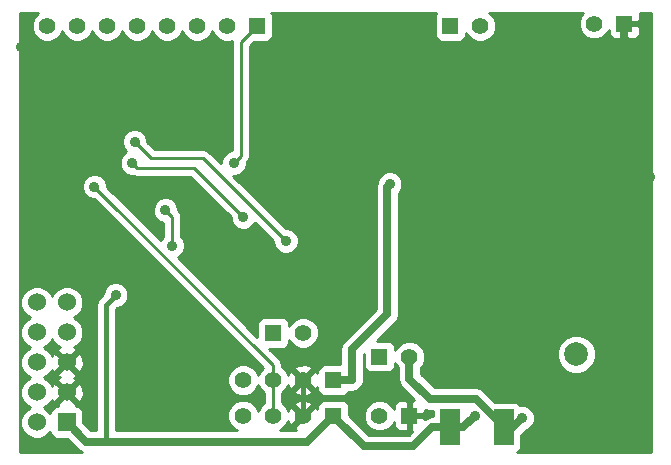
<source format=gbl>
G04 (created by PCBNEW (2013-may-18)-stable) date Tue Feb  3 23:34:43 2015*
%MOIN*%
G04 Gerber Fmt 3.4, Leading zero omitted, Abs format*
%FSLAX34Y34*%
G01*
G70*
G90*
G04 APERTURE LIST*
%ADD10C,0.00590551*%
%ADD11C,0.0787*%
%ADD12R,0.055X0.055*%
%ADD13C,0.055*%
%ADD14R,0.06X0.06*%
%ADD15C,0.06*%
%ADD16R,0.065X0.12*%
%ADD17R,0.24X0.24*%
%ADD18C,0.035*%
%ADD19C,0.0275591*%
%ADD20C,0.015748*%
%ADD21C,0.01*%
G04 APERTURE END LIST*
G54D10*
G54D11*
X151732Y-93622D03*
X150669Y-92559D03*
X150669Y-94685D03*
X152795Y-94685D03*
X152795Y-92559D03*
G54D12*
X141098Y-82677D03*
G54D13*
X140098Y-82677D03*
X139098Y-82677D03*
X138098Y-82677D03*
X137098Y-82677D03*
X136098Y-82677D03*
X135098Y-82677D03*
X134098Y-82677D03*
G54D12*
X143625Y-94488D03*
G54D13*
X142625Y-94488D03*
X141625Y-94488D03*
X140625Y-94488D03*
G54D12*
X143625Y-95669D03*
G54D13*
X142625Y-95669D03*
X141625Y-95669D03*
X140625Y-95669D03*
G54D12*
X153334Y-82598D03*
G54D13*
X152334Y-82598D03*
G54D12*
X141625Y-92913D03*
G54D13*
X142625Y-92913D03*
G54D12*
X147531Y-82677D03*
G54D13*
X148531Y-82677D03*
G54D12*
X145169Y-93700D03*
G54D13*
X146169Y-93700D03*
G54D12*
X146169Y-95669D03*
G54D13*
X145169Y-95669D03*
G54D14*
X134751Y-95897D03*
G54D15*
X133751Y-95897D03*
X134751Y-94897D03*
X133751Y-94897D03*
X134751Y-93897D03*
X133751Y-93897D03*
X134751Y-92897D03*
X133751Y-92897D03*
X134751Y-91897D03*
X133751Y-91897D03*
G54D16*
X149325Y-96062D03*
G54D17*
X148425Y-93562D03*
G54D16*
X147525Y-96062D03*
G54D18*
X145511Y-87952D03*
X148346Y-95669D03*
X136377Y-91653D03*
X138267Y-90000D03*
X138031Y-88818D03*
X142047Y-89842D03*
X137007Y-86535D03*
X135669Y-88031D03*
X140629Y-89055D03*
X136929Y-87244D03*
X140314Y-87244D03*
X147559Y-85590D03*
X148740Y-84330D03*
X142283Y-82519D03*
X141889Y-87322D03*
X141653Y-84488D03*
X143700Y-89291D03*
X146771Y-89448D03*
X140629Y-89921D03*
X133385Y-86929D03*
X135905Y-87086D03*
X154015Y-84015D03*
X152204Y-86062D03*
X154173Y-87716D03*
X150314Y-82677D03*
X145826Y-82755D03*
X148582Y-87795D03*
X148425Y-89055D03*
X153937Y-95748D03*
X151889Y-95905D03*
X146614Y-92440D03*
X143543Y-92362D03*
X133228Y-83385D03*
X134645Y-85039D03*
X144960Y-86299D03*
X143543Y-86299D03*
X153385Y-85905D03*
X148425Y-93562D03*
X137637Y-95669D03*
X137007Y-92047D03*
X149921Y-95748D03*
G54D19*
X145433Y-92283D02*
X144251Y-93464D01*
X145433Y-88031D02*
X145433Y-92283D01*
X145511Y-87952D02*
X145433Y-88031D01*
X144251Y-94488D02*
X143625Y-94488D01*
X144251Y-93464D02*
X144251Y-94488D01*
X147525Y-96062D02*
X146929Y-96062D01*
X144649Y-96692D02*
X143625Y-95669D01*
X146299Y-96692D02*
X144649Y-96692D01*
X146929Y-96062D02*
X146299Y-96692D01*
X147525Y-96062D02*
X147952Y-96062D01*
X147952Y-96062D02*
X148346Y-95669D01*
G54D20*
X136062Y-96535D02*
X136062Y-91968D01*
X136062Y-91968D02*
X136377Y-91653D01*
G54D19*
X143625Y-95669D02*
X143622Y-95669D01*
X143622Y-95669D02*
X142755Y-96535D01*
X142755Y-96535D02*
X136062Y-96535D01*
X135389Y-96535D02*
X134751Y-95897D01*
X136062Y-96535D02*
X135389Y-96535D01*
G54D21*
X138267Y-89055D02*
X138267Y-90000D01*
X138031Y-88818D02*
X138267Y-89055D01*
X139291Y-87086D02*
X142047Y-89842D01*
X137559Y-87086D02*
X139291Y-87086D01*
X137007Y-86535D02*
X137559Y-87086D01*
X141625Y-94488D02*
X141625Y-93988D01*
X141625Y-93988D02*
X135669Y-88031D01*
X141625Y-94488D02*
X141625Y-95669D01*
X138976Y-87401D02*
X140629Y-89055D01*
X137086Y-87401D02*
X138976Y-87401D01*
X136929Y-87244D02*
X137086Y-87401D01*
X140551Y-83224D02*
X141098Y-82677D01*
X140551Y-87007D02*
X140551Y-83224D01*
X140314Y-87244D02*
X140551Y-87007D01*
G54D19*
X153334Y-82598D02*
X153334Y-85854D01*
X153334Y-85854D02*
X153385Y-85905D01*
X148425Y-92519D02*
X148425Y-93562D01*
X137637Y-92677D02*
X137637Y-95669D01*
X137007Y-92047D02*
X137637Y-92677D01*
G54D20*
X142625Y-94488D02*
X142625Y-95669D01*
G54D19*
X146169Y-93700D02*
X146169Y-94437D01*
X148380Y-95118D02*
X149325Y-96062D01*
X146850Y-95118D02*
X148380Y-95118D01*
X146169Y-94437D02*
X146850Y-95118D01*
X149606Y-96062D02*
X149325Y-96062D01*
X149921Y-95748D02*
X149606Y-96062D01*
G54D10*
G36*
X154218Y-96895D02*
X153859Y-96895D01*
X153859Y-82823D01*
X153859Y-82710D01*
X153797Y-82648D01*
X153384Y-82648D01*
X153384Y-83060D01*
X153447Y-83123D01*
X153659Y-83123D01*
X153751Y-83085D01*
X153821Y-83015D01*
X153859Y-82923D01*
X153859Y-82823D01*
X153859Y-96895D01*
X152375Y-96895D01*
X152375Y-93494D01*
X152278Y-93258D01*
X152097Y-93076D01*
X151860Y-92978D01*
X151604Y-92978D01*
X151368Y-93076D01*
X151187Y-93257D01*
X151088Y-93493D01*
X151088Y-93749D01*
X151186Y-93986D01*
X151367Y-94167D01*
X151603Y-94265D01*
X151859Y-94265D01*
X152096Y-94167D01*
X152277Y-93987D01*
X152375Y-93750D01*
X152375Y-93494D01*
X152375Y-96895D01*
X149741Y-96895D01*
X149791Y-96875D01*
X149862Y-96804D01*
X149900Y-96712D01*
X149900Y-96613D01*
X149900Y-96317D01*
X150072Y-96145D01*
X150161Y-96108D01*
X150281Y-95989D01*
X150346Y-95832D01*
X150346Y-95663D01*
X150281Y-95507D01*
X150162Y-95387D01*
X150006Y-95323D01*
X149862Y-95322D01*
X149862Y-95321D01*
X149791Y-95251D01*
X149700Y-95213D01*
X149600Y-95212D01*
X149023Y-95212D01*
X148654Y-94843D01*
X148528Y-94759D01*
X148380Y-94730D01*
X147011Y-94730D01*
X146557Y-94276D01*
X146557Y-94055D01*
X146614Y-93998D01*
X146694Y-93805D01*
X146694Y-93596D01*
X146614Y-93403D01*
X146467Y-93255D01*
X146274Y-93175D01*
X146065Y-93175D01*
X145872Y-93255D01*
X145724Y-93403D01*
X145694Y-93475D01*
X145694Y-93376D01*
X145656Y-93284D01*
X145586Y-93213D01*
X145494Y-93175D01*
X145394Y-93175D01*
X145089Y-93175D01*
X145707Y-92557D01*
X145707Y-92557D01*
X145763Y-92473D01*
X145791Y-92431D01*
X145791Y-92431D01*
X145820Y-92283D01*
X145820Y-92283D01*
X145820Y-88244D01*
X145871Y-88193D01*
X145936Y-88037D01*
X145936Y-87868D01*
X145872Y-87712D01*
X145752Y-87592D01*
X145596Y-87527D01*
X145427Y-87527D01*
X145271Y-87592D01*
X145151Y-87711D01*
X145090Y-87860D01*
X145074Y-87883D01*
X145045Y-88031D01*
X145045Y-92122D01*
X143977Y-93190D01*
X143893Y-93316D01*
X143864Y-93464D01*
X143864Y-93963D01*
X143851Y-93963D01*
X143301Y-93963D01*
X143209Y-94001D01*
X143139Y-94071D01*
X143101Y-94163D01*
X143100Y-94250D01*
X143086Y-94215D01*
X142993Y-94191D01*
X142923Y-94261D01*
X142923Y-94120D01*
X142898Y-94027D01*
X142701Y-93958D01*
X142493Y-93969D01*
X142353Y-94027D01*
X142328Y-94120D01*
X142625Y-94417D01*
X142923Y-94120D01*
X142923Y-94261D01*
X142696Y-94488D01*
X142993Y-94785D01*
X143086Y-94760D01*
X143100Y-94720D01*
X143100Y-94812D01*
X143138Y-94904D01*
X143209Y-94975D01*
X143301Y-95013D01*
X143400Y-95013D01*
X143950Y-95013D01*
X144042Y-94975D01*
X144112Y-94904D01*
X144124Y-94875D01*
X144251Y-94875D01*
X144400Y-94846D01*
X144526Y-94762D01*
X144610Y-94636D01*
X144639Y-94488D01*
X144639Y-93625D01*
X144644Y-93620D01*
X144644Y-94025D01*
X144682Y-94117D01*
X144752Y-94187D01*
X144844Y-94225D01*
X144943Y-94225D01*
X145493Y-94225D01*
X145585Y-94187D01*
X145656Y-94117D01*
X145694Y-94025D01*
X145694Y-93926D01*
X145694Y-93926D01*
X145723Y-93997D01*
X145781Y-94055D01*
X145781Y-94437D01*
X145811Y-94585D01*
X145895Y-94711D01*
X146328Y-95144D01*
X146281Y-95144D01*
X146219Y-95206D01*
X146219Y-95619D01*
X146631Y-95619D01*
X146694Y-95556D01*
X146694Y-95471D01*
X146701Y-95476D01*
X146850Y-95505D01*
X146950Y-95505D01*
X146950Y-95512D01*
X146950Y-95675D01*
X146929Y-95675D01*
X146780Y-95704D01*
X146738Y-95732D01*
X146682Y-95770D01*
X146631Y-95719D01*
X146219Y-95719D01*
X146219Y-96131D01*
X146265Y-96178D01*
X146138Y-96305D01*
X146119Y-96305D01*
X146119Y-96131D01*
X146119Y-95719D01*
X146111Y-95719D01*
X146111Y-95619D01*
X146119Y-95619D01*
X146119Y-95206D01*
X146056Y-95144D01*
X145844Y-95144D01*
X145752Y-95182D01*
X145682Y-95252D01*
X145644Y-95344D01*
X145644Y-95443D01*
X145644Y-95443D01*
X145614Y-95372D01*
X145467Y-95224D01*
X145274Y-95144D01*
X145065Y-95144D01*
X144872Y-95223D01*
X144724Y-95371D01*
X144644Y-95564D01*
X144644Y-95773D01*
X144723Y-95966D01*
X144871Y-96114D01*
X145064Y-96194D01*
X145273Y-96194D01*
X145466Y-96114D01*
X145614Y-95967D01*
X145644Y-95894D01*
X145644Y-95894D01*
X145644Y-95994D01*
X145682Y-96086D01*
X145752Y-96156D01*
X145844Y-96194D01*
X146056Y-96194D01*
X146119Y-96131D01*
X146119Y-96305D01*
X144810Y-96305D01*
X144151Y-95645D01*
X144151Y-95344D01*
X144113Y-95252D01*
X144042Y-95182D01*
X143950Y-95144D01*
X143851Y-95144D01*
X143301Y-95144D01*
X143209Y-95182D01*
X143139Y-95252D01*
X143101Y-95344D01*
X143100Y-95431D01*
X143086Y-95396D01*
X142993Y-95372D01*
X142923Y-95442D01*
X142923Y-95301D01*
X142923Y-94855D01*
X142625Y-94558D01*
X142328Y-94855D01*
X142353Y-94948D01*
X142550Y-95018D01*
X142758Y-95006D01*
X142898Y-94948D01*
X142923Y-94855D01*
X142923Y-95301D01*
X142898Y-95208D01*
X142701Y-95139D01*
X142493Y-95150D01*
X142353Y-95208D01*
X142328Y-95301D01*
X142625Y-95598D01*
X142923Y-95301D01*
X142923Y-95442D01*
X142696Y-95669D01*
X142702Y-95674D01*
X142631Y-95745D01*
X142625Y-95740D01*
X142328Y-96037D01*
X142353Y-96129D01*
X142403Y-96147D01*
X141843Y-96147D01*
X141922Y-96114D01*
X142070Y-95967D01*
X142123Y-95840D01*
X142165Y-95942D01*
X142258Y-95966D01*
X142555Y-95669D01*
X142258Y-95372D01*
X142165Y-95396D01*
X142126Y-95506D01*
X142071Y-95372D01*
X141925Y-95226D01*
X141925Y-94930D01*
X142070Y-94785D01*
X142123Y-94659D01*
X142165Y-94760D01*
X142258Y-94785D01*
X142555Y-94488D01*
X142258Y-94191D01*
X142165Y-94215D01*
X142126Y-94325D01*
X142071Y-94191D01*
X141925Y-94045D01*
X141925Y-93988D01*
X141903Y-93873D01*
X141838Y-93776D01*
X141838Y-93776D01*
X141500Y-93438D01*
X141950Y-93438D01*
X142042Y-93400D01*
X142112Y-93330D01*
X142150Y-93238D01*
X142151Y-93138D01*
X142151Y-93138D01*
X142180Y-93210D01*
X142328Y-93358D01*
X142521Y-93438D01*
X142729Y-93438D01*
X142922Y-93358D01*
X143070Y-93211D01*
X143150Y-93018D01*
X143151Y-92809D01*
X143071Y-92616D01*
X142923Y-92468D01*
X142730Y-92388D01*
X142522Y-92388D01*
X142328Y-92468D01*
X142181Y-92615D01*
X142151Y-92688D01*
X142151Y-92588D01*
X142113Y-92496D01*
X142042Y-92426D01*
X141950Y-92388D01*
X141851Y-92388D01*
X141301Y-92388D01*
X141209Y-92426D01*
X141139Y-92496D01*
X141101Y-92588D01*
X141100Y-92687D01*
X141100Y-93038D01*
X138447Y-90385D01*
X138508Y-90360D01*
X138627Y-90241D01*
X138692Y-90084D01*
X138692Y-89915D01*
X138628Y-89759D01*
X138567Y-89698D01*
X138567Y-89055D01*
X138544Y-88940D01*
X138479Y-88842D01*
X138456Y-88819D01*
X138456Y-88734D01*
X138392Y-88578D01*
X138272Y-88458D01*
X138116Y-88393D01*
X137947Y-88393D01*
X137791Y-88458D01*
X137671Y-88577D01*
X137606Y-88733D01*
X137606Y-88903D01*
X137670Y-89059D01*
X137790Y-89178D01*
X137946Y-89243D01*
X137967Y-89243D01*
X137967Y-89698D01*
X137907Y-89758D01*
X137882Y-89820D01*
X136094Y-88032D01*
X136094Y-87947D01*
X136029Y-87791D01*
X135910Y-87671D01*
X135754Y-87606D01*
X135585Y-87606D01*
X135428Y-87670D01*
X135309Y-87790D01*
X135244Y-87946D01*
X135244Y-88115D01*
X135308Y-88271D01*
X135428Y-88391D01*
X135584Y-88456D01*
X135670Y-88456D01*
X141292Y-94079D01*
X141181Y-94190D01*
X141125Y-94323D01*
X141071Y-94191D01*
X140923Y-94043D01*
X140730Y-93963D01*
X140522Y-93963D01*
X140328Y-94042D01*
X140181Y-94190D01*
X140101Y-94383D01*
X140100Y-94592D01*
X140180Y-94785D01*
X140328Y-94933D01*
X140521Y-95013D01*
X140729Y-95013D01*
X140922Y-94933D01*
X141070Y-94785D01*
X141126Y-94652D01*
X141180Y-94785D01*
X141325Y-94930D01*
X141325Y-95226D01*
X141181Y-95371D01*
X141125Y-95504D01*
X141071Y-95372D01*
X140923Y-95224D01*
X140730Y-95144D01*
X140522Y-95144D01*
X140328Y-95223D01*
X140181Y-95371D01*
X140101Y-95564D01*
X140100Y-95773D01*
X140180Y-95966D01*
X140328Y-96114D01*
X140408Y-96147D01*
X136391Y-96147D01*
X136391Y-92104D01*
X136417Y-92078D01*
X136462Y-92078D01*
X136618Y-92014D01*
X136738Y-91894D01*
X136802Y-91738D01*
X136803Y-91569D01*
X136738Y-91413D01*
X136619Y-91293D01*
X136462Y-91228D01*
X136293Y-91228D01*
X136137Y-91293D01*
X136017Y-91412D01*
X135953Y-91568D01*
X135952Y-91613D01*
X135830Y-91736D01*
X135759Y-91842D01*
X135734Y-91968D01*
X135734Y-96147D01*
X135550Y-96147D01*
X135306Y-95903D01*
X135306Y-94979D01*
X135306Y-93979D01*
X135295Y-93760D01*
X135233Y-93609D01*
X135137Y-93582D01*
X134822Y-93897D01*
X135137Y-94212D01*
X135233Y-94185D01*
X135306Y-93979D01*
X135306Y-94979D01*
X135295Y-94760D01*
X135233Y-94609D01*
X135137Y-94582D01*
X135067Y-94653D01*
X135067Y-94511D01*
X135039Y-94416D01*
X134991Y-94399D01*
X135039Y-94378D01*
X135067Y-94283D01*
X134751Y-93968D01*
X134436Y-94283D01*
X134464Y-94378D01*
X134512Y-94396D01*
X134464Y-94416D01*
X134436Y-94511D01*
X134751Y-94826D01*
X135067Y-94511D01*
X135067Y-94653D01*
X134822Y-94897D01*
X135137Y-95212D01*
X135233Y-95185D01*
X135306Y-94979D01*
X135306Y-95903D01*
X135302Y-95899D01*
X135302Y-95548D01*
X135264Y-95456D01*
X135193Y-95385D01*
X135101Y-95347D01*
X135048Y-95347D01*
X135067Y-95283D01*
X134751Y-94968D01*
X134436Y-95283D01*
X134455Y-95347D01*
X134402Y-95347D01*
X134310Y-95385D01*
X134240Y-95455D01*
X134202Y-95547D01*
X134201Y-95569D01*
X134063Y-95431D01*
X133982Y-95397D01*
X134063Y-95364D01*
X134217Y-95209D01*
X134249Y-95133D01*
X134270Y-95185D01*
X134366Y-95212D01*
X134681Y-94897D01*
X134366Y-94582D01*
X134270Y-94609D01*
X134250Y-94665D01*
X134218Y-94586D01*
X134063Y-94431D01*
X133982Y-94397D01*
X134063Y-94364D01*
X134217Y-94209D01*
X134249Y-94133D01*
X134270Y-94185D01*
X134366Y-94212D01*
X134681Y-93897D01*
X134366Y-93582D01*
X134270Y-93609D01*
X134250Y-93665D01*
X134218Y-93586D01*
X134063Y-93431D01*
X133982Y-93397D01*
X134063Y-93364D01*
X134217Y-93209D01*
X134251Y-93127D01*
X134285Y-93208D01*
X134440Y-93363D01*
X134515Y-93395D01*
X134464Y-93416D01*
X134436Y-93511D01*
X134751Y-93826D01*
X135067Y-93511D01*
X135039Y-93416D01*
X134984Y-93396D01*
X135063Y-93364D01*
X135217Y-93209D01*
X135301Y-93007D01*
X135302Y-92788D01*
X135218Y-92586D01*
X135063Y-92431D01*
X134982Y-92397D01*
X135063Y-92364D01*
X135217Y-92209D01*
X135301Y-92007D01*
X135302Y-91788D01*
X135218Y-91586D01*
X135063Y-91431D01*
X134861Y-91347D01*
X134643Y-91347D01*
X134440Y-91431D01*
X134285Y-91585D01*
X134251Y-91667D01*
X134218Y-91586D01*
X134063Y-91431D01*
X133861Y-91347D01*
X133643Y-91347D01*
X133440Y-91431D01*
X133285Y-91585D01*
X133202Y-91787D01*
X133201Y-92006D01*
X133285Y-92208D01*
X133440Y-92363D01*
X133521Y-92397D01*
X133440Y-92431D01*
X133285Y-92585D01*
X133202Y-92787D01*
X133201Y-93006D01*
X133285Y-93208D01*
X133440Y-93363D01*
X133521Y-93397D01*
X133440Y-93431D01*
X133285Y-93585D01*
X133202Y-93787D01*
X133201Y-94006D01*
X133285Y-94208D01*
X133440Y-94363D01*
X133521Y-94397D01*
X133440Y-94431D01*
X133285Y-94585D01*
X133202Y-94787D01*
X133201Y-95006D01*
X133285Y-95208D01*
X133440Y-95363D01*
X133521Y-95397D01*
X133440Y-95431D01*
X133285Y-95585D01*
X133202Y-95787D01*
X133201Y-96006D01*
X133285Y-96208D01*
X133440Y-96363D01*
X133642Y-96447D01*
X133860Y-96447D01*
X134063Y-96364D01*
X134201Y-96225D01*
X134201Y-96247D01*
X134239Y-96339D01*
X134310Y-96409D01*
X134402Y-96447D01*
X134501Y-96447D01*
X134753Y-96447D01*
X135115Y-96809D01*
X135115Y-96809D01*
X135241Y-96893D01*
X135241Y-96893D01*
X135251Y-96895D01*
X133183Y-96895D01*
X133183Y-82238D01*
X133795Y-82238D01*
X133653Y-82379D01*
X133573Y-82572D01*
X133573Y-82781D01*
X133653Y-82974D01*
X133800Y-83121D01*
X133993Y-83202D01*
X134202Y-83202D01*
X134395Y-83122D01*
X134543Y-82974D01*
X134598Y-82841D01*
X134653Y-82974D01*
X134800Y-83121D01*
X134993Y-83202D01*
X135202Y-83202D01*
X135395Y-83122D01*
X135543Y-82974D01*
X135598Y-82841D01*
X135653Y-82974D01*
X135800Y-83121D01*
X135993Y-83202D01*
X136202Y-83202D01*
X136395Y-83122D01*
X136543Y-82974D01*
X136598Y-82841D01*
X136653Y-82974D01*
X136800Y-83121D01*
X136993Y-83202D01*
X137202Y-83202D01*
X137395Y-83122D01*
X137543Y-82974D01*
X137598Y-82841D01*
X137653Y-82974D01*
X137800Y-83121D01*
X137993Y-83202D01*
X138202Y-83202D01*
X138395Y-83122D01*
X138543Y-82974D01*
X138598Y-82841D01*
X138653Y-82974D01*
X138800Y-83121D01*
X138993Y-83202D01*
X139202Y-83202D01*
X139395Y-83122D01*
X139543Y-82974D01*
X139598Y-82841D01*
X139653Y-82974D01*
X139800Y-83121D01*
X139993Y-83202D01*
X140202Y-83202D01*
X140260Y-83178D01*
X140251Y-83224D01*
X140251Y-86819D01*
X140230Y-86819D01*
X140074Y-86883D01*
X139954Y-87003D01*
X139890Y-87159D01*
X139889Y-87260D01*
X139503Y-86874D01*
X139406Y-86809D01*
X139291Y-86786D01*
X137683Y-86786D01*
X137432Y-86536D01*
X137432Y-86451D01*
X137368Y-86295D01*
X137248Y-86175D01*
X137092Y-86110D01*
X136923Y-86110D01*
X136767Y-86174D01*
X136647Y-86294D01*
X136582Y-86450D01*
X136582Y-86619D01*
X136647Y-86775D01*
X136735Y-86864D01*
X136688Y-86883D01*
X136569Y-87003D01*
X136504Y-87159D01*
X136504Y-87328D01*
X136568Y-87484D01*
X136688Y-87604D01*
X136844Y-87669D01*
X136957Y-87669D01*
X136957Y-87669D01*
X136971Y-87678D01*
X137086Y-87701D01*
X138852Y-87701D01*
X140204Y-89054D01*
X140204Y-89139D01*
X140269Y-89295D01*
X140388Y-89415D01*
X140545Y-89480D01*
X140714Y-89480D01*
X140870Y-89415D01*
X140990Y-89296D01*
X141015Y-89234D01*
X141622Y-89841D01*
X141622Y-89926D01*
X141686Y-90082D01*
X141806Y-90202D01*
X141962Y-90267D01*
X142131Y-90267D01*
X142287Y-90203D01*
X142407Y-90083D01*
X142472Y-89927D01*
X142472Y-89758D01*
X142407Y-89602D01*
X142288Y-89482D01*
X142132Y-89417D01*
X142046Y-89417D01*
X140298Y-87669D01*
X140399Y-87669D01*
X140555Y-87604D01*
X140675Y-87485D01*
X140739Y-87329D01*
X140739Y-87243D01*
X140763Y-87220D01*
X140828Y-87122D01*
X140851Y-87007D01*
X140851Y-87007D01*
X140851Y-83348D01*
X140997Y-83202D01*
X141422Y-83202D01*
X141514Y-83164D01*
X141585Y-83093D01*
X141623Y-83002D01*
X141623Y-82902D01*
X141623Y-82352D01*
X141585Y-82260D01*
X141562Y-82238D01*
X147066Y-82238D01*
X147044Y-82260D01*
X147006Y-82352D01*
X147006Y-82451D01*
X147006Y-83001D01*
X147044Y-83093D01*
X147114Y-83163D01*
X147206Y-83202D01*
X147306Y-83202D01*
X147856Y-83202D01*
X147947Y-83164D01*
X148018Y-83093D01*
X148056Y-83002D01*
X148056Y-82902D01*
X148056Y-82902D01*
X148086Y-82974D01*
X148233Y-83121D01*
X148426Y-83202D01*
X148635Y-83202D01*
X148828Y-83122D01*
X148976Y-82974D01*
X149056Y-82782D01*
X149056Y-82573D01*
X148976Y-82380D01*
X148835Y-82238D01*
X151952Y-82238D01*
X151889Y-82300D01*
X151809Y-82493D01*
X151809Y-82702D01*
X151889Y-82895D01*
X152036Y-83043D01*
X152229Y-83123D01*
X152438Y-83123D01*
X152631Y-83043D01*
X152779Y-82896D01*
X152809Y-82823D01*
X152809Y-82823D01*
X152809Y-82923D01*
X152847Y-83015D01*
X152918Y-83085D01*
X153010Y-83123D01*
X153222Y-83123D01*
X153284Y-83060D01*
X153284Y-82648D01*
X153276Y-82648D01*
X153276Y-82548D01*
X153284Y-82548D01*
X153284Y-82540D01*
X153384Y-82540D01*
X153384Y-82548D01*
X153797Y-82548D01*
X153859Y-82485D01*
X153859Y-82372D01*
X153859Y-82273D01*
X153844Y-82238D01*
X154218Y-82238D01*
X154218Y-96895D01*
X154218Y-96895D01*
G37*
G54D21*
X154218Y-96895D02*
X153859Y-96895D01*
X153859Y-82823D01*
X153859Y-82710D01*
X153797Y-82648D01*
X153384Y-82648D01*
X153384Y-83060D01*
X153447Y-83123D01*
X153659Y-83123D01*
X153751Y-83085D01*
X153821Y-83015D01*
X153859Y-82923D01*
X153859Y-82823D01*
X153859Y-96895D01*
X152375Y-96895D01*
X152375Y-93494D01*
X152278Y-93258D01*
X152097Y-93076D01*
X151860Y-92978D01*
X151604Y-92978D01*
X151368Y-93076D01*
X151187Y-93257D01*
X151088Y-93493D01*
X151088Y-93749D01*
X151186Y-93986D01*
X151367Y-94167D01*
X151603Y-94265D01*
X151859Y-94265D01*
X152096Y-94167D01*
X152277Y-93987D01*
X152375Y-93750D01*
X152375Y-93494D01*
X152375Y-96895D01*
X149741Y-96895D01*
X149791Y-96875D01*
X149862Y-96804D01*
X149900Y-96712D01*
X149900Y-96613D01*
X149900Y-96317D01*
X150072Y-96145D01*
X150161Y-96108D01*
X150281Y-95989D01*
X150346Y-95832D01*
X150346Y-95663D01*
X150281Y-95507D01*
X150162Y-95387D01*
X150006Y-95323D01*
X149862Y-95322D01*
X149862Y-95321D01*
X149791Y-95251D01*
X149700Y-95213D01*
X149600Y-95212D01*
X149023Y-95212D01*
X148654Y-94843D01*
X148528Y-94759D01*
X148380Y-94730D01*
X147011Y-94730D01*
X146557Y-94276D01*
X146557Y-94055D01*
X146614Y-93998D01*
X146694Y-93805D01*
X146694Y-93596D01*
X146614Y-93403D01*
X146467Y-93255D01*
X146274Y-93175D01*
X146065Y-93175D01*
X145872Y-93255D01*
X145724Y-93403D01*
X145694Y-93475D01*
X145694Y-93376D01*
X145656Y-93284D01*
X145586Y-93213D01*
X145494Y-93175D01*
X145394Y-93175D01*
X145089Y-93175D01*
X145707Y-92557D01*
X145707Y-92557D01*
X145763Y-92473D01*
X145791Y-92431D01*
X145791Y-92431D01*
X145820Y-92283D01*
X145820Y-92283D01*
X145820Y-88244D01*
X145871Y-88193D01*
X145936Y-88037D01*
X145936Y-87868D01*
X145872Y-87712D01*
X145752Y-87592D01*
X145596Y-87527D01*
X145427Y-87527D01*
X145271Y-87592D01*
X145151Y-87711D01*
X145090Y-87860D01*
X145074Y-87883D01*
X145045Y-88031D01*
X145045Y-92122D01*
X143977Y-93190D01*
X143893Y-93316D01*
X143864Y-93464D01*
X143864Y-93963D01*
X143851Y-93963D01*
X143301Y-93963D01*
X143209Y-94001D01*
X143139Y-94071D01*
X143101Y-94163D01*
X143100Y-94250D01*
X143086Y-94215D01*
X142993Y-94191D01*
X142923Y-94261D01*
X142923Y-94120D01*
X142898Y-94027D01*
X142701Y-93958D01*
X142493Y-93969D01*
X142353Y-94027D01*
X142328Y-94120D01*
X142625Y-94417D01*
X142923Y-94120D01*
X142923Y-94261D01*
X142696Y-94488D01*
X142993Y-94785D01*
X143086Y-94760D01*
X143100Y-94720D01*
X143100Y-94812D01*
X143138Y-94904D01*
X143209Y-94975D01*
X143301Y-95013D01*
X143400Y-95013D01*
X143950Y-95013D01*
X144042Y-94975D01*
X144112Y-94904D01*
X144124Y-94875D01*
X144251Y-94875D01*
X144400Y-94846D01*
X144526Y-94762D01*
X144610Y-94636D01*
X144639Y-94488D01*
X144639Y-93625D01*
X144644Y-93620D01*
X144644Y-94025D01*
X144682Y-94117D01*
X144752Y-94187D01*
X144844Y-94225D01*
X144943Y-94225D01*
X145493Y-94225D01*
X145585Y-94187D01*
X145656Y-94117D01*
X145694Y-94025D01*
X145694Y-93926D01*
X145694Y-93926D01*
X145723Y-93997D01*
X145781Y-94055D01*
X145781Y-94437D01*
X145811Y-94585D01*
X145895Y-94711D01*
X146328Y-95144D01*
X146281Y-95144D01*
X146219Y-95206D01*
X146219Y-95619D01*
X146631Y-95619D01*
X146694Y-95556D01*
X146694Y-95471D01*
X146701Y-95476D01*
X146850Y-95505D01*
X146950Y-95505D01*
X146950Y-95512D01*
X146950Y-95675D01*
X146929Y-95675D01*
X146780Y-95704D01*
X146738Y-95732D01*
X146682Y-95770D01*
X146631Y-95719D01*
X146219Y-95719D01*
X146219Y-96131D01*
X146265Y-96178D01*
X146138Y-96305D01*
X146119Y-96305D01*
X146119Y-96131D01*
X146119Y-95719D01*
X146111Y-95719D01*
X146111Y-95619D01*
X146119Y-95619D01*
X146119Y-95206D01*
X146056Y-95144D01*
X145844Y-95144D01*
X145752Y-95182D01*
X145682Y-95252D01*
X145644Y-95344D01*
X145644Y-95443D01*
X145644Y-95443D01*
X145614Y-95372D01*
X145467Y-95224D01*
X145274Y-95144D01*
X145065Y-95144D01*
X144872Y-95223D01*
X144724Y-95371D01*
X144644Y-95564D01*
X144644Y-95773D01*
X144723Y-95966D01*
X144871Y-96114D01*
X145064Y-96194D01*
X145273Y-96194D01*
X145466Y-96114D01*
X145614Y-95967D01*
X145644Y-95894D01*
X145644Y-95894D01*
X145644Y-95994D01*
X145682Y-96086D01*
X145752Y-96156D01*
X145844Y-96194D01*
X146056Y-96194D01*
X146119Y-96131D01*
X146119Y-96305D01*
X144810Y-96305D01*
X144151Y-95645D01*
X144151Y-95344D01*
X144113Y-95252D01*
X144042Y-95182D01*
X143950Y-95144D01*
X143851Y-95144D01*
X143301Y-95144D01*
X143209Y-95182D01*
X143139Y-95252D01*
X143101Y-95344D01*
X143100Y-95431D01*
X143086Y-95396D01*
X142993Y-95372D01*
X142923Y-95442D01*
X142923Y-95301D01*
X142923Y-94855D01*
X142625Y-94558D01*
X142328Y-94855D01*
X142353Y-94948D01*
X142550Y-95018D01*
X142758Y-95006D01*
X142898Y-94948D01*
X142923Y-94855D01*
X142923Y-95301D01*
X142898Y-95208D01*
X142701Y-95139D01*
X142493Y-95150D01*
X142353Y-95208D01*
X142328Y-95301D01*
X142625Y-95598D01*
X142923Y-95301D01*
X142923Y-95442D01*
X142696Y-95669D01*
X142702Y-95674D01*
X142631Y-95745D01*
X142625Y-95740D01*
X142328Y-96037D01*
X142353Y-96129D01*
X142403Y-96147D01*
X141843Y-96147D01*
X141922Y-96114D01*
X142070Y-95967D01*
X142123Y-95840D01*
X142165Y-95942D01*
X142258Y-95966D01*
X142555Y-95669D01*
X142258Y-95372D01*
X142165Y-95396D01*
X142126Y-95506D01*
X142071Y-95372D01*
X141925Y-95226D01*
X141925Y-94930D01*
X142070Y-94785D01*
X142123Y-94659D01*
X142165Y-94760D01*
X142258Y-94785D01*
X142555Y-94488D01*
X142258Y-94191D01*
X142165Y-94215D01*
X142126Y-94325D01*
X142071Y-94191D01*
X141925Y-94045D01*
X141925Y-93988D01*
X141903Y-93873D01*
X141838Y-93776D01*
X141838Y-93776D01*
X141500Y-93438D01*
X141950Y-93438D01*
X142042Y-93400D01*
X142112Y-93330D01*
X142150Y-93238D01*
X142151Y-93138D01*
X142151Y-93138D01*
X142180Y-93210D01*
X142328Y-93358D01*
X142521Y-93438D01*
X142729Y-93438D01*
X142922Y-93358D01*
X143070Y-93211D01*
X143150Y-93018D01*
X143151Y-92809D01*
X143071Y-92616D01*
X142923Y-92468D01*
X142730Y-92388D01*
X142522Y-92388D01*
X142328Y-92468D01*
X142181Y-92615D01*
X142151Y-92688D01*
X142151Y-92588D01*
X142113Y-92496D01*
X142042Y-92426D01*
X141950Y-92388D01*
X141851Y-92388D01*
X141301Y-92388D01*
X141209Y-92426D01*
X141139Y-92496D01*
X141101Y-92588D01*
X141100Y-92687D01*
X141100Y-93038D01*
X138447Y-90385D01*
X138508Y-90360D01*
X138627Y-90241D01*
X138692Y-90084D01*
X138692Y-89915D01*
X138628Y-89759D01*
X138567Y-89698D01*
X138567Y-89055D01*
X138544Y-88940D01*
X138479Y-88842D01*
X138456Y-88819D01*
X138456Y-88734D01*
X138392Y-88578D01*
X138272Y-88458D01*
X138116Y-88393D01*
X137947Y-88393D01*
X137791Y-88458D01*
X137671Y-88577D01*
X137606Y-88733D01*
X137606Y-88903D01*
X137670Y-89059D01*
X137790Y-89178D01*
X137946Y-89243D01*
X137967Y-89243D01*
X137967Y-89698D01*
X137907Y-89758D01*
X137882Y-89820D01*
X136094Y-88032D01*
X136094Y-87947D01*
X136029Y-87791D01*
X135910Y-87671D01*
X135754Y-87606D01*
X135585Y-87606D01*
X135428Y-87670D01*
X135309Y-87790D01*
X135244Y-87946D01*
X135244Y-88115D01*
X135308Y-88271D01*
X135428Y-88391D01*
X135584Y-88456D01*
X135670Y-88456D01*
X141292Y-94079D01*
X141181Y-94190D01*
X141125Y-94323D01*
X141071Y-94191D01*
X140923Y-94043D01*
X140730Y-93963D01*
X140522Y-93963D01*
X140328Y-94042D01*
X140181Y-94190D01*
X140101Y-94383D01*
X140100Y-94592D01*
X140180Y-94785D01*
X140328Y-94933D01*
X140521Y-95013D01*
X140729Y-95013D01*
X140922Y-94933D01*
X141070Y-94785D01*
X141126Y-94652D01*
X141180Y-94785D01*
X141325Y-94930D01*
X141325Y-95226D01*
X141181Y-95371D01*
X141125Y-95504D01*
X141071Y-95372D01*
X140923Y-95224D01*
X140730Y-95144D01*
X140522Y-95144D01*
X140328Y-95223D01*
X140181Y-95371D01*
X140101Y-95564D01*
X140100Y-95773D01*
X140180Y-95966D01*
X140328Y-96114D01*
X140408Y-96147D01*
X136391Y-96147D01*
X136391Y-92104D01*
X136417Y-92078D01*
X136462Y-92078D01*
X136618Y-92014D01*
X136738Y-91894D01*
X136802Y-91738D01*
X136803Y-91569D01*
X136738Y-91413D01*
X136619Y-91293D01*
X136462Y-91228D01*
X136293Y-91228D01*
X136137Y-91293D01*
X136017Y-91412D01*
X135953Y-91568D01*
X135952Y-91613D01*
X135830Y-91736D01*
X135759Y-91842D01*
X135734Y-91968D01*
X135734Y-96147D01*
X135550Y-96147D01*
X135306Y-95903D01*
X135306Y-94979D01*
X135306Y-93979D01*
X135295Y-93760D01*
X135233Y-93609D01*
X135137Y-93582D01*
X134822Y-93897D01*
X135137Y-94212D01*
X135233Y-94185D01*
X135306Y-93979D01*
X135306Y-94979D01*
X135295Y-94760D01*
X135233Y-94609D01*
X135137Y-94582D01*
X135067Y-94653D01*
X135067Y-94511D01*
X135039Y-94416D01*
X134991Y-94399D01*
X135039Y-94378D01*
X135067Y-94283D01*
X134751Y-93968D01*
X134436Y-94283D01*
X134464Y-94378D01*
X134512Y-94396D01*
X134464Y-94416D01*
X134436Y-94511D01*
X134751Y-94826D01*
X135067Y-94511D01*
X135067Y-94653D01*
X134822Y-94897D01*
X135137Y-95212D01*
X135233Y-95185D01*
X135306Y-94979D01*
X135306Y-95903D01*
X135302Y-95899D01*
X135302Y-95548D01*
X135264Y-95456D01*
X135193Y-95385D01*
X135101Y-95347D01*
X135048Y-95347D01*
X135067Y-95283D01*
X134751Y-94968D01*
X134436Y-95283D01*
X134455Y-95347D01*
X134402Y-95347D01*
X134310Y-95385D01*
X134240Y-95455D01*
X134202Y-95547D01*
X134201Y-95569D01*
X134063Y-95431D01*
X133982Y-95397D01*
X134063Y-95364D01*
X134217Y-95209D01*
X134249Y-95133D01*
X134270Y-95185D01*
X134366Y-95212D01*
X134681Y-94897D01*
X134366Y-94582D01*
X134270Y-94609D01*
X134250Y-94665D01*
X134218Y-94586D01*
X134063Y-94431D01*
X133982Y-94397D01*
X134063Y-94364D01*
X134217Y-94209D01*
X134249Y-94133D01*
X134270Y-94185D01*
X134366Y-94212D01*
X134681Y-93897D01*
X134366Y-93582D01*
X134270Y-93609D01*
X134250Y-93665D01*
X134218Y-93586D01*
X134063Y-93431D01*
X133982Y-93397D01*
X134063Y-93364D01*
X134217Y-93209D01*
X134251Y-93127D01*
X134285Y-93208D01*
X134440Y-93363D01*
X134515Y-93395D01*
X134464Y-93416D01*
X134436Y-93511D01*
X134751Y-93826D01*
X135067Y-93511D01*
X135039Y-93416D01*
X134984Y-93396D01*
X135063Y-93364D01*
X135217Y-93209D01*
X135301Y-93007D01*
X135302Y-92788D01*
X135218Y-92586D01*
X135063Y-92431D01*
X134982Y-92397D01*
X135063Y-92364D01*
X135217Y-92209D01*
X135301Y-92007D01*
X135302Y-91788D01*
X135218Y-91586D01*
X135063Y-91431D01*
X134861Y-91347D01*
X134643Y-91347D01*
X134440Y-91431D01*
X134285Y-91585D01*
X134251Y-91667D01*
X134218Y-91586D01*
X134063Y-91431D01*
X133861Y-91347D01*
X133643Y-91347D01*
X133440Y-91431D01*
X133285Y-91585D01*
X133202Y-91787D01*
X133201Y-92006D01*
X133285Y-92208D01*
X133440Y-92363D01*
X133521Y-92397D01*
X133440Y-92431D01*
X133285Y-92585D01*
X133202Y-92787D01*
X133201Y-93006D01*
X133285Y-93208D01*
X133440Y-93363D01*
X133521Y-93397D01*
X133440Y-93431D01*
X133285Y-93585D01*
X133202Y-93787D01*
X133201Y-94006D01*
X133285Y-94208D01*
X133440Y-94363D01*
X133521Y-94397D01*
X133440Y-94431D01*
X133285Y-94585D01*
X133202Y-94787D01*
X133201Y-95006D01*
X133285Y-95208D01*
X133440Y-95363D01*
X133521Y-95397D01*
X133440Y-95431D01*
X133285Y-95585D01*
X133202Y-95787D01*
X133201Y-96006D01*
X133285Y-96208D01*
X133440Y-96363D01*
X133642Y-96447D01*
X133860Y-96447D01*
X134063Y-96364D01*
X134201Y-96225D01*
X134201Y-96247D01*
X134239Y-96339D01*
X134310Y-96409D01*
X134402Y-96447D01*
X134501Y-96447D01*
X134753Y-96447D01*
X135115Y-96809D01*
X135115Y-96809D01*
X135241Y-96893D01*
X135241Y-96893D01*
X135251Y-96895D01*
X133183Y-96895D01*
X133183Y-82238D01*
X133795Y-82238D01*
X133653Y-82379D01*
X133573Y-82572D01*
X133573Y-82781D01*
X133653Y-82974D01*
X133800Y-83121D01*
X133993Y-83202D01*
X134202Y-83202D01*
X134395Y-83122D01*
X134543Y-82974D01*
X134598Y-82841D01*
X134653Y-82974D01*
X134800Y-83121D01*
X134993Y-83202D01*
X135202Y-83202D01*
X135395Y-83122D01*
X135543Y-82974D01*
X135598Y-82841D01*
X135653Y-82974D01*
X135800Y-83121D01*
X135993Y-83202D01*
X136202Y-83202D01*
X136395Y-83122D01*
X136543Y-82974D01*
X136598Y-82841D01*
X136653Y-82974D01*
X136800Y-83121D01*
X136993Y-83202D01*
X137202Y-83202D01*
X137395Y-83122D01*
X137543Y-82974D01*
X137598Y-82841D01*
X137653Y-82974D01*
X137800Y-83121D01*
X137993Y-83202D01*
X138202Y-83202D01*
X138395Y-83122D01*
X138543Y-82974D01*
X138598Y-82841D01*
X138653Y-82974D01*
X138800Y-83121D01*
X138993Y-83202D01*
X139202Y-83202D01*
X139395Y-83122D01*
X139543Y-82974D01*
X139598Y-82841D01*
X139653Y-82974D01*
X139800Y-83121D01*
X139993Y-83202D01*
X140202Y-83202D01*
X140260Y-83178D01*
X140251Y-83224D01*
X140251Y-86819D01*
X140230Y-86819D01*
X140074Y-86883D01*
X139954Y-87003D01*
X139890Y-87159D01*
X139889Y-87260D01*
X139503Y-86874D01*
X139406Y-86809D01*
X139291Y-86786D01*
X137683Y-86786D01*
X137432Y-86536D01*
X137432Y-86451D01*
X137368Y-86295D01*
X137248Y-86175D01*
X137092Y-86110D01*
X136923Y-86110D01*
X136767Y-86174D01*
X136647Y-86294D01*
X136582Y-86450D01*
X136582Y-86619D01*
X136647Y-86775D01*
X136735Y-86864D01*
X136688Y-86883D01*
X136569Y-87003D01*
X136504Y-87159D01*
X136504Y-87328D01*
X136568Y-87484D01*
X136688Y-87604D01*
X136844Y-87669D01*
X136957Y-87669D01*
X136957Y-87669D01*
X136971Y-87678D01*
X137086Y-87701D01*
X138852Y-87701D01*
X140204Y-89054D01*
X140204Y-89139D01*
X140269Y-89295D01*
X140388Y-89415D01*
X140545Y-89480D01*
X140714Y-89480D01*
X140870Y-89415D01*
X140990Y-89296D01*
X141015Y-89234D01*
X141622Y-89841D01*
X141622Y-89926D01*
X141686Y-90082D01*
X141806Y-90202D01*
X141962Y-90267D01*
X142131Y-90267D01*
X142287Y-90203D01*
X142407Y-90083D01*
X142472Y-89927D01*
X142472Y-89758D01*
X142407Y-89602D01*
X142288Y-89482D01*
X142132Y-89417D01*
X142046Y-89417D01*
X140298Y-87669D01*
X140399Y-87669D01*
X140555Y-87604D01*
X140675Y-87485D01*
X140739Y-87329D01*
X140739Y-87243D01*
X140763Y-87220D01*
X140828Y-87122D01*
X140851Y-87007D01*
X140851Y-87007D01*
X140851Y-83348D01*
X140997Y-83202D01*
X141422Y-83202D01*
X141514Y-83164D01*
X141585Y-83093D01*
X141623Y-83002D01*
X141623Y-82902D01*
X141623Y-82352D01*
X141585Y-82260D01*
X141562Y-82238D01*
X147066Y-82238D01*
X147044Y-82260D01*
X147006Y-82352D01*
X147006Y-82451D01*
X147006Y-83001D01*
X147044Y-83093D01*
X147114Y-83163D01*
X147206Y-83202D01*
X147306Y-83202D01*
X147856Y-83202D01*
X147947Y-83164D01*
X148018Y-83093D01*
X148056Y-83002D01*
X148056Y-82902D01*
X148056Y-82902D01*
X148086Y-82974D01*
X148233Y-83121D01*
X148426Y-83202D01*
X148635Y-83202D01*
X148828Y-83122D01*
X148976Y-82974D01*
X149056Y-82782D01*
X149056Y-82573D01*
X148976Y-82380D01*
X148835Y-82238D01*
X151952Y-82238D01*
X151889Y-82300D01*
X151809Y-82493D01*
X151809Y-82702D01*
X151889Y-82895D01*
X152036Y-83043D01*
X152229Y-83123D01*
X152438Y-83123D01*
X152631Y-83043D01*
X152779Y-82896D01*
X152809Y-82823D01*
X152809Y-82823D01*
X152809Y-82923D01*
X152847Y-83015D01*
X152918Y-83085D01*
X153010Y-83123D01*
X153222Y-83123D01*
X153284Y-83060D01*
X153284Y-82648D01*
X153276Y-82648D01*
X153276Y-82548D01*
X153284Y-82548D01*
X153284Y-82540D01*
X153384Y-82540D01*
X153384Y-82548D01*
X153797Y-82548D01*
X153859Y-82485D01*
X153859Y-82372D01*
X153859Y-82273D01*
X153844Y-82238D01*
X154218Y-82238D01*
X154218Y-96895D01*
M02*

</source>
